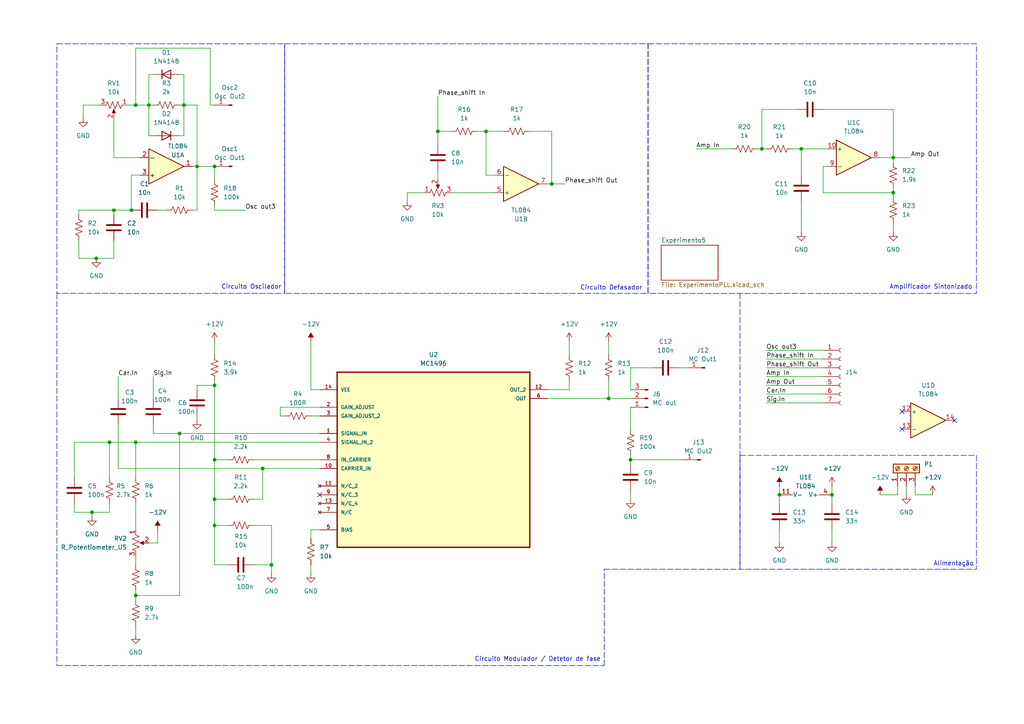
<source format=kicad_sch>
(kicad_sch (version 20231120) (generator "eeschema") (generator_version "8.0")
  (paper "A4")
  (title_block (title "Experimentos práticos") (date "2024-07-06") (rev "1") (company "Arthur Melo / UFPE") (comment 1 "Experimentos da disciplina eletrônica 3"))
  (lib_symbols
    (symbol "Amplifier_Operational:TL084" (pin_names (offset 0.127))
      (property "Reference" "U" (at 0 5.08 0))
      (property "Value" "TL084" (at 0 -5.08 0))
      (symbol "TL084_1_1"
        (polyline (pts (xy -5.08 5.08) (xy 5.08 0) (xy -5.08 -5.08) (xy -5.08 5.08)) (stroke (width 0.254)) (fill (type background)))
        (pin output line (at 7.62 0 180) (length 2.54) (name "~") (number "1"))
        (pin input line (at -7.62 -2.54 0) (length 2.54) (name "-") (number "2"))
        (pin input line (at -7.62 2.54 0) (length 2.54) (name "+") (number "3"))
      )
      (symbol "TL084_2_1"
        (polyline (pts (xy -5.08 5.08) (xy 5.08 0) (xy -5.08 -5.08) (xy -5.08 5.08)) (stroke (width 0.254)) (fill (type background)))
        (pin input line (at -7.62 2.54 0) (length 2.54) (name "+") (number "5"))
        (pin input line (at -7.62 -2.54 0) (length 2.54) (name "-") (number "6"))
        (pin output line (at 7.62 0 180) (length 2.54) (name "~") (number "7"))
      )
      (symbol "TL084_3_1"
        (polyline (pts (xy -5.08 5.08) (xy 5.08 0) (xy -5.08 -5.08) (xy -5.08 5.08)) (stroke (width 0.254)) (fill (type background)))
        (pin input line (at -7.62 2.54 0) (length 2.54) (name "+") (number "10"))
        (pin output line (at 7.62 0 180) (length 2.54) (name "~") (number "8"))
        (pin input line (at -7.62 -2.54 0) (length 2.54) (name "-") (number "9"))
      )
      (symbol "TL084_4_1"
        (polyline (pts (xy -5.08 5.08) (xy 5.08 0) (xy -5.08 -5.08) (xy -5.08 5.08)) (stroke (width 0.254)) (fill (type background)))
        (pin input line (at -7.62 2.54 0) (length 2.54) (name "+") (number "12"))
        (pin input line (at -7.62 -2.54 0) (length 2.54) (name "-") (number "13"))
        (pin output line (at 7.62 0 180) (length 2.54) (name "~") (number "14"))
      )
      (symbol "TL084_5_1"
        (pin power_in line (at -2.54 -7.62 90) (length 3.81) (name "V-") (number "11"))
        (pin power_in line (at -2.54 7.62 270) (length 3.81) (name "V+") (number "4"))
      )
    )
    (symbol "Connector:Conn_01x01_Pin" (pin_names (offset 1.016) hide)
      (property "Reference" "J" (at 0 2.54 0))
      (property "Value" "Conn_01x01_Pin" (at 0 -2.54 0))
      (symbol "Conn_01x01_Pin_1_1"
        (polyline (pts (xy 1.27 0) (xy 0.8636 0)) (stroke (width 0.1524)))
        (rectangle (start 0.8636 0.127) (end 0 -0.127) (stroke (width 0.1524)) (fill (type outline)))
        (pin passive line (at 5.08 0 180) (length 3.81) (name "Pin_1") (number "1"))
      )
    )
    (symbol "Connector:Conn_01x03_Pin" (pin_names (offset 1.016) hide)
      (property "Reference" "J" (at 0 5.08 0))
      (property "Value" "Conn_01x03_Pin" (at 0 -5.08 0))
      (symbol "Conn_01x03_Pin_1_1"
        (polyline (pts (xy 1.27 -2.54) (xy 0.8636 -2.54)) (stroke (width 0.1524)))
        (polyline (pts (xy 1.27 0) (xy 0.8636 0)) (stroke (width 0.1524)))
        (polyline (pts (xy 1.27 2.54) (xy 0.8636 2.54)) (stroke (width 0.1524)))
        (rectangle (start 0.8636 -2.413) (end 0 -2.667) (stroke (width 0.1524)) (fill (type outline)))
        (rectangle (start 0.8636 0.127) (end 0 -0.127) (stroke (width 0.1524)) (fill (type outline)))
        (rectangle (start 0.8636 2.667) (end 0 2.413) (stroke (width 0.1524)) (fill (type outline)))
        (pin passive line (at 5.08 2.54 180) (length 3.81) (name "Pin_1") (number "1"))
        (pin passive line (at 5.08 0 180) (length 3.81) (name "Pin_2") (number "2"))
        (pin passive line (at 5.08 -2.54 180) (length 3.81) (name "Pin_3") (number "3"))
      )
    )
    (symbol "Connector:Conn_01x07_Socket" (pin_names (offset 1.016) hide)
      (property "Reference" "J" (at 0 10.16 0))
      (property "Value" "Conn_01x07_Socket" (at 0 -10.16 0))
      (symbol "Conn_01x07_Socket_1_1"
        (arc (start 0 -7.112) (mid -0.5058 -7.62) (end 0 -8.128) (stroke (width 0.1524)))
        (arc (start 0 -4.572) (mid -0.5058 -5.08) (end 0 -5.588) (stroke (width 0.1524)))
        (arc (start 0 -2.032) (mid -0.5058 -2.54) (end 0 -3.048) (stroke (width 0.1524)))
        (polyline (pts (xy -1.27 -7.62) (xy -0.508 -7.62)) (stroke (width 0.1524)))
        (polyline (pts (xy -1.27 -5.08) (xy -0.508 -5.08)) (stroke (width 0.1524)))
        (polyline (pts (xy -1.27 -2.54) (xy -0.508 -2.54)) (stroke (width 0.1524)))
        (polyline (pts (xy -1.27 0) (xy -0.508 0)) (stroke (width 0.1524)))
        (polyline (pts (xy -1.27 2.54) (xy -0.508 2.54)) (stroke (width 0.1524)))
        (polyline (pts (xy -1.27 5.08) (xy -0.508 5.08)) (stroke (width 0.1524)))
        (polyline (pts (xy -1.27 7.62) (xy -0.508 7.62)) (stroke (width 0.1524)))
        (arc (start 0 0.508) (mid -0.5058 0) (end 0 -0.508) (stroke (width 0.1524)))
        (arc (start 0 3.048) (mid -0.5058 2.54) (end 0 2.032) (stroke (width 0.1524)))
        (arc (start 0 5.588) (mid -0.5058 5.08) (end 0 4.572) (stroke (width 0.1524)))
        (arc (start 0 8.128) (mid -0.5058 7.62) (end 0 7.112) (stroke (width 0.1524)))
        (pin passive line (at -5.08 7.62 0) (length 3.81) (name "Pin_1") (number "1"))
        (pin passive line (at -5.08 5.08 0) (length 3.81) (name "Pin_2") (number "2"))
        (pin passive line (at -5.08 2.54 0) (length 3.81) (name "Pin_3") (number "3"))
        (pin passive line (at -5.08 0 0) (length 3.81) (name "Pin_4") (number "4"))
        (pin passive line (at -5.08 -2.54 0) (length 3.81) (name "Pin_5") (number "5"))
        (pin passive line (at -5.08 -5.08 0) (length 3.81) (name "Pin_6") (number "6"))
        (pin passive line (at -5.08 -7.62 0) (length 3.81) (name "Pin_7") (number "7"))
      )
    )
    (symbol "Connector:Screw_Terminal_01x03" (pin_names (offset 1.016) hide)
      (property "Reference" "J" (at 0 5.08 0))
      (property "Value" "Screw_Terminal_01x03" (at 0 -5.08 0))
      (symbol "Screw_Terminal_01x03_1_1"
        (rectangle (start -1.27 3.81) (end 1.27 -3.81) (stroke (width 0.254)) (fill (type background)))
        (circle (center 0 -2.54) (radius 0.635) (stroke (width 0.1524)))
        (polyline (pts (xy -0.5334 -2.2098) (xy 0.3302 -3.048)) (stroke (width 0.1524)))
        (polyline (pts (xy -0.5334 0.3302) (xy 0.3302 -0.508)) (stroke (width 0.1524)))
        (polyline (pts (xy -0.5334 2.8702) (xy 0.3302 2.032)) (stroke (width 0.1524)))
        (polyline (pts (xy -0.3556 -2.032) (xy 0.508 -2.8702)) (stroke (width 0.1524)))
        (polyline (pts (xy -0.3556 0.508) (xy 0.508 -0.3302)) (stroke (width 0.1524)))
        (polyline (pts (xy -0.3556 3.048) (xy 0.508 2.2098)) (stroke (width 0.1524)))
        (circle (center 0 0) (radius 0.635) (stroke (width 0.1524)))
        (circle (center 0 2.54) (radius 0.635) (stroke (width 0.1524)))
        (pin passive line (at -5.08 2.54 0) (length 3.81) (name "Pin_1") (number "1"))
        (pin passive line (at -5.08 0 0) (length 3.81) (name "Pin_2") (number "2"))
        (pin passive line (at -5.08 -2.54 0) (length 3.81) (name "Pin_3") (number "3"))
      )
    )
    (symbol "Device:C" (pin_numbers hide) (pin_names (offset 0.254))
      (property "Reference" "C" (at 0.635 2.54 0))
      (property "Value" "C" (at 0.635 -2.54 0))
      (symbol "C_0_1"
        (polyline (pts (xy -2.032 -0.762) (xy 2.032 -0.762)) (stroke (width 0.508)))
        (polyline (pts (xy -2.032 0.762) (xy 2.032 0.762)) (stroke (width 0.508)))
      )
      (symbol "C_1_1"
        (pin passive line (at 0 3.81 270) (length 2.794) (name "~") (number "1"))
        (pin passive line (at 0 -3.81 90) (length 2.794) (name "~") (number "2"))
      )
    )
    (symbol "Device:R_Potentiometer_US" (pin_names (offset 1.016) hide)
      (property "Reference" "RV" (at -4.445 0 90))
      (property "Value" "R_Potentiometer_US" (at -2.54 0 90))
      (symbol "R_Potentiometer_US_0_1"
        (polyline (pts (xy 0 -2.286) (xy 0 -2.54)))
        (polyline (pts (xy 0 2.54) (xy 0 2.286)))
        (polyline (pts (xy 2.54 0) (xy 1.524 0)))
        (polyline (pts (xy 1.143 0) (xy 2.286 0.508) (xy 2.286 -0.508) (xy 1.143 0)) (fill (type outline)))
        (polyline (pts (xy 0 -0.762) (xy 1.016 -1.143) (xy 0 -1.524) (xy -1.016 -1.905) (xy 0 -2.286)))
        (polyline (pts (xy 0 0.762) (xy 1.016 0.381) (xy 0 0) (xy -1.016 -0.381) (xy 0 -0.762)))
        (polyline (pts (xy 0 2.286) (xy 1.016 1.905) (xy 0 1.524) (xy -1.016 1.143) (xy 0 0.762)))
      )
      (symbol "R_Potentiometer_US_1_1"
        (pin passive line (at 0 3.81 270) (length 1.27) (name "1") (number "1"))
        (pin passive line (at 3.81 0 180) (length 1.27) (name "2") (number "2"))
        (pin passive line (at 0 -3.81 90) (length 1.27) (name "3") (number "3"))
      )
    )
    (symbol "Device:R_US" (pin_numbers hide) (pin_names (offset 0))
      (property "Reference" "R" (at 2.54 0 90))
      (property "Value" "R_US" (at -2.54 0 90))
      (symbol "R_US_0_1"
        (polyline (pts (xy 0 -2.286) (xy 0 -2.54)))
        (polyline (pts (xy 0 2.286) (xy 0 2.54)))
        (polyline (pts (xy 0 -0.762) (xy 1.016 -1.143) (xy 0 -1.524) (xy -1.016 -1.905) (xy 0 -2.286)))
        (polyline (pts (xy 0 0.762) (xy 1.016 0.381) (xy 0 0) (xy -1.016 -0.381) (xy 0 -0.762)))
        (polyline (pts (xy 0 2.286) (xy 1.016 1.905) (xy 0 1.524) (xy -1.016 1.143) (xy 0 0.762)))
      )
      (symbol "R_US_1_1"
        (pin passive line (at 0 3.81 270) (length 1.27) (name "~") (number "1"))
        (pin passive line (at 0 -3.81 90) (length 1.27) (name "~") (number "2"))
      )
    )
    (symbol "Diode:1N4148" (pin_numbers hide) (pin_names hide)
      (property "Reference" "D" (at 0 2.54 0))
      (property "Value" "1N4148" (at 0 -2.54 0))
      (symbol "1N4148_0_1"
        (polyline (pts (xy -1.27 1.27) (xy -1.27 -1.27)) (stroke (width 0.254)))
        (polyline (pts (xy 1.27 0) (xy -1.27 0)))
        (polyline (pts (xy 1.27 1.27) (xy 1.27 -1.27) (xy -1.27 0) (xy 1.27 1.27)) (stroke (width 0.254)))
      )
      (symbol "1N4148_1_1"
        (pin passive line (at -3.81 0 0) (length 2.54) (name "K") (number "1"))
        (pin passive line (at 3.81 0 180) (length 2.54) (name "A") (number "2"))
      )
    )
    (symbol "MC1496BPG:MC1496BPG" (pin_names (offset 1.016))
      (property "Reference" "U" (at -5.3594 26.8986 0))
      (property "Value" "MC1496BPG" (at -3.8862 -34.1884 0))
      (symbol "MC1496BPG_0_0"
        (rectangle (start -27.94 22.86) (end 27.94 -27.94) (stroke (width 0.4064)) (fill (type background)))
        (pin input line (at -33.02 5.08 0) (length 5.08) (name "SIGNAL_IN") (number "1"))
        (pin input line (at -33.02 -5.08 0) (length 5.08) (name "CARRIER_IN") (number "10"))
        (pin no_connect line (at -33.02 -10.16 0) (length 5.08) (name "N/C_2") (number "11"))
        (pin output line (at 33.02 17.78 180) (length 5.08) (name "OUT_2") (number "12"))
        (pin no_connect line (at -33.02 -15.24 0) (length 5.08) (name "N/C_4") (number "13"))
        (pin power_in line (at -33.02 17.78 0) (length 5.08) (name "VEE") (number "14"))
        (pin input line (at -33.02 12.7 0) (length 5.08) (name "GAIN_ADJUST") (number "2"))
        (pin input line (at -33.02 10.16 0) (length 5.08) (name "GAIN_ADJUST_2") (number "3"))
        (pin input line (at -33.02 2.54 0) (length 5.08) (name "SIGNAL_IN_2") (number "4"))
        (pin passive line (at -33.02 -22.86 0) (length 5.08) (name "BIAS") (number "5"))
        (pin output line (at 33.02 15.24 180) (length 5.08) (name "OUT") (number "6"))
        (pin no_connect line (at -33.02 -17.78 0) (length 5.08) (name "N/C") (number "7"))
        (pin input line (at -33.02 -2.54 0) (length 5.08) (name "IN_CARRIER") (number "8"))
        (pin input line (at -33.02 -12.7 0) (length 5.08) (name "N/C_3") (number "9"))
      )
    )
    (symbol "power:+12V" (power) (pin_numbers hide) (pin_names (offset 0) hide)
      (property "Value" "+12V" (at 0 3.556 0))
      (symbol "+12V_0_1"
        (polyline (pts (xy -0.762 1.27) (xy 0 2.54)))
        (polyline (pts (xy 0 0) (xy 0 2.54)))
        (polyline (pts (xy 0 2.54) (xy 0.762 1.27)))
      )
      (symbol "+12V_1_1"
        (pin power_in line (at 0 0 90) (length 0) (name "~") (number "1"))
      )
    )
    (symbol "power:-12V" (power) (pin_numbers hide) (pin_names (offset 0) hide)
      (property "Value" "-12V" (at 0 3.556 0))
      (symbol "-12V_0_0"
        (pin power_in line (at 0 0 90) (length 0) (name "~") (number "1"))
      )
      (symbol "-12V_0_1"
        (polyline (pts (xy 0 0) (xy 0 1.27) (xy 0.762 1.27) (xy 0 2.54) (xy -0.762 1.27) (xy 0 1.27)) (fill (type outline)))
      )
    )
    (symbol "power:GND" (power) (pin_numbers hide) (pin_names (offset 0) hide)
      (property "Value" "GND" (at 0 -3.81 0))
      (symbol "GND_0_1"
        (polyline (pts (xy 0 0) (xy 0 -1.27) (xy 1.27 -1.27) (xy 0 -2.54) (xy -1.27 -1.27) (xy 0 -1.27)))
      )
      (symbol "GND_1_1"
        (pin power_in line (at 0 0 270) (length 0) (name "~") (number "1"))
      )
    )
  )
  (junction (at 52.07 125.73))
  (junction (at 259.08 55.88))
  (junction (at 127 38.1))
  (junction (at 176.53 115.57))
  (junction (at 62.23 111.76))
  (junction (at 39.37 128.27))
  (junction (at 38.1 60.96))
  (junction (at 57.15 48.26))
  (junction (at 39.37 30.48))
  (junction (at 43.18 30.48))
  (junction (at 226.06 143.51))
  (junction (at 160.02 53.34))
  (junction (at 241.3 143.51))
  (junction (at 62.23 133.35))
  (junction (at 259.08 45.72))
  (junction (at 220.98 43.18))
  (junction (at 232.41 43.18))
  (junction (at 62.23 48.26))
  (junction (at 31.75 128.27))
  (junction (at 33.02 60.96))
  (junction (at 27.94 74.93))
  (junction (at 140.97 38.1))
  (junction (at 39.37 172.72))
  (junction (at 62.23 144.78))
  (junction (at 26.67 148.59))
  (junction (at 76.2 135.89))
  (junction (at 78.74 163.83))
  (junction (at 62.23 152.4))
  (junction (at 53.34 30.48))
  (junction (at 182.88 133.35))
  (no_connect (at 261.62 119.38))
  (no_connect (at 92.71 143.51))
  (no_connect (at 276.86 121.92))
  (no_connect (at 261.62 124.46))
  (polyline (pts (xy 214.63 85.09) (xy 214.63 165.1)) (stroke (width 0) (type dash)))
  (wire (pts (xy 130.81 55.88) (xy 143.51 55.88)))
  (wire (pts (xy 90.17 153.67) (xy 92.71 153.67)))
  (wire (pts (xy 255.27 45.72) (xy 259.08 45.72)))
  (wire (pts (xy 255.27 143.51) (xy 260.35 143.51)))
  (wire (pts (xy 36.83 30.48) (xy 39.37 30.48)))
  (wire (pts (xy 66.04 163.83) (xy 62.23 163.83)))
  (wire (pts (xy 39.37 172.72) (xy 52.07 172.72)))
  (wire (pts (xy 62.23 99.06) (xy 62.23 102.87)))
  (wire (pts (xy 57.15 113.03) (xy 57.15 111.76)))
  (wire (pts (xy 66.04 144.78) (xy 62.23 144.78)))
  (polyline (pts (xy 175.26 193.04) (xy 175.26 165.1)) (stroke (width 0) (type dash)))
  (wire (pts (xy 62.23 152.4) (xy 62.23 144.78)))
  (wire (pts (xy 118.11 58.42) (xy 118.11 55.88)))
  (wire (pts (xy 160.02 38.1) (xy 160.02 53.34)))
  (wire (pts (xy 238.76 55.88) (xy 238.76 48.26)))
  (wire (pts (xy 143.51 50.8) (xy 140.97 50.8)))
  (wire (pts (xy 39.37 181.61) (xy 39.37 184.15)))
  (wire (pts (xy 176.53 110.49) (xy 176.53 115.57)))
  (wire (pts (xy 52.07 30.48) (xy 53.34 30.48)))
  (wire (pts (xy 259.08 55.88) (xy 259.08 57.15)))
  (wire (pts (xy 66.04 152.4) (xy 62.23 152.4)))
  (wire (pts (xy 158.75 115.57) (xy 176.53 115.57)))
  (wire (pts (xy 241.3 143.51) (xy 241.3 146.05)))
  (wire (pts (xy 196.85 106.68) (xy 199.39 106.68)))
  (wire (pts (xy 22.86 62.23) (xy 22.86 60.96)))
  (wire (pts (xy 220.98 31.75) (xy 220.98 43.18)))
  (wire (pts (xy 90.17 156.21) (xy 90.17 153.67)))
  (wire (pts (xy 43.18 39.37) (xy 43.18 30.48)))
  (wire (pts (xy 262.89 140.97) (xy 262.89 143.51)))
  (wire (pts (xy 62.23 59.69) (xy 62.23 60.96)))
  (wire (pts (xy 182.88 133.35) (xy 182.88 134.62)))
  (wire (pts (xy 52.07 125.73) (xy 92.71 125.73)))
  (wire (pts (xy 76.2 135.89) (xy 92.71 135.89)))
  (wire (pts (xy 43.18 30.48) (xy 43.18 21.59)))
  (wire (pts (xy 39.37 161.29) (xy 39.37 163.83)))
  (wire (pts (xy 231.14 31.75) (xy 220.98 31.75)))
  (wire (pts (xy 43.18 30.48) (xy 44.45 30.48)))
  (wire (pts (xy 62.23 163.83) (xy 62.23 152.4)))
  (wire (pts (xy 182.88 118.11) (xy 182.88 124.46)))
  (wire (pts (xy 52.07 172.72) (xy 52.07 125.73)))
  (wire (pts (xy 130.81 38.1) (xy 127 38.1)))
  (wire (pts (xy 182.88 142.24) (xy 182.88 144.78)))
  (wire (pts (xy 259.08 45.72) (xy 264.16 45.72)))
  (wire (pts (xy 182.88 132.08) (xy 182.88 133.35)))
  (wire (pts (xy 259.08 55.88) (xy 238.76 55.88)))
  (wire (pts (xy 60.96 13.97) (xy 39.37 13.97)))
  (wire (pts (xy 90.17 120.65) (xy 92.71 120.65)))
  (wire (pts (xy 78.74 163.83) (xy 78.74 166.37)))
  (wire (pts (xy 39.37 128.27) (xy 39.37 138.43)))
  (wire (pts (xy 44.45 39.37) (xy 43.18 39.37)))
  (wire (pts (xy 21.59 146.05) (xy 21.59 148.59)))
  (wire (pts (xy 241.3 153.67) (xy 241.3 157.48)))
  (wire (pts (xy 140.97 38.1) (xy 146.05 38.1)))
  (wire (pts (xy 232.41 58.42) (xy 232.41 67.31)))
  (wire (pts (xy 26.67 148.59) (xy 26.67 149.86)))
  (polyline (pts (xy 175.26 165.1) (xy 214.63 165.1)) (stroke (width 0) (type dash)))
  (wire (pts (xy 62.23 133.35) (xy 66.04 133.35)))
  (wire (pts (xy 222.25 114.3) (xy 238.76 114.3)))
  (wire (pts (xy 222.25 106.68) (xy 238.76 106.68)))
  (wire (pts (xy 39.37 146.05) (xy 39.37 153.67)))
  (wire (pts (xy 92.71 128.27) (xy 39.37 128.27)))
  (wire (pts (xy 222.25 109.22) (xy 238.76 109.22)))
  (wire (pts (xy 31.75 128.27) (xy 21.59 128.27)))
  (wire (pts (xy 259.08 64.77) (xy 259.08 67.31)))
  (wire (pts (xy 21.59 148.59) (xy 26.67 148.59)))
  (wire (pts (xy 34.29 135.89) (xy 76.2 135.89)))
  (wire (pts (xy 176.53 99.06) (xy 176.53 102.87)))
  (wire (pts (xy 34.29 109.22) (xy 34.29 115.57)))
  (wire (pts (xy 222.25 101.6) (xy 238.76 101.6)))
  (wire (pts (xy 153.67 38.1) (xy 160.02 38.1)))
  (wire (pts (xy 24.13 30.48) (xy 29.21 30.48)))
  (wire (pts (xy 201.93 43.18) (xy 212.09 43.18)))
  (wire (pts (xy 222.25 116.84) (xy 238.76 116.84)))
  (wire (pts (xy 81.28 118.11) (xy 92.71 118.11)))
  (wire (pts (xy 53.34 39.37) (xy 53.34 30.48)))
  (wire (pts (xy 33.02 69.85) (xy 33.02 74.93)))
  (wire (pts (xy 22.86 60.96) (xy 33.02 60.96)))
  (wire (pts (xy 62.23 60.96) (xy 71.12 60.96)))
  (wire (pts (xy 127 49.53) (xy 127 52.07)))
  (wire (pts (xy 182.88 133.35) (xy 198.12 133.35)))
  (wire (pts (xy 57.15 60.96) (xy 55.88 60.96)))
  (wire (pts (xy 241.3 140.97) (xy 241.3 143.51)))
  (wire (pts (xy 53.34 21.59) (xy 53.34 30.48)))
  (wire (pts (xy 57.15 30.48) (xy 57.15 48.26)))
  (wire (pts (xy 45.72 60.96) (xy 48.26 60.96)))
  (wire (pts (xy 160.02 53.34) (xy 163.83 53.34)))
  (wire (pts (xy 219.71 43.18) (xy 220.98 43.18)))
  (wire (pts (xy 55.88 48.26) (xy 57.15 48.26)))
  (wire (pts (xy 76.2 144.78) (xy 73.66 144.78)))
  (wire (pts (xy 44.45 109.22) (xy 44.45 115.57)))
  (wire (pts (xy 259.08 54.61) (xy 259.08 55.88)))
  (wire (pts (xy 21.59 128.27) (xy 21.59 138.43)))
  (wire (pts (xy 53.34 30.48) (xy 57.15 30.48)))
  (wire (pts (xy 73.66 163.83) (xy 78.74 163.83)))
  (wire (pts (xy 222.25 111.76) (xy 238.76 111.76)))
  (wire (pts (xy 52.07 39.37) (xy 53.34 39.37)))
  (wire (pts (xy 27.94 74.93) (xy 22.86 74.93)))
  (wire (pts (xy 118.11 55.88) (xy 123.19 55.88)))
  (wire (pts (xy 62.23 110.49) (xy 62.23 111.76)))
  (wire (pts (xy 259.08 45.72) (xy 259.08 46.99)))
  (polyline (pts (xy 16.51 85.09) (xy 16.51 193.04)) (stroke (width 0) (type dash)))
  (wire (pts (xy 31.75 146.05) (xy 31.75 148.59)))
  (wire (pts (xy 62.23 30.48) (xy 60.96 30.48)))
  (wire (pts (xy 62.23 133.35) (xy 62.23 144.78)))
  (wire (pts (xy 33.02 60.96) (xy 38.1 60.96)))
  (wire (pts (xy 176.53 115.57) (xy 182.88 115.57)))
  (wire (pts (xy 57.15 48.26) (xy 62.23 48.26)))
  (wire (pts (xy 31.75 148.59) (xy 26.67 148.59)))
  (wire (pts (xy 39.37 171.45) (xy 39.37 172.72)))
  (wire (pts (xy 33.02 60.96) (xy 33.02 62.23)))
  (wire (pts (xy 92.71 113.03) (xy 90.17 113.03)))
  (wire (pts (xy 189.23 106.68) (xy 182.88 106.68)))
  (wire (pts (xy 34.29 123.19) (xy 34.29 135.89)))
  (wire (pts (xy 140.97 50.8) (xy 140.97 38.1)))
  (wire (pts (xy 265.43 140.97) (xy 265.43 143.51)))
  (wire (pts (xy 160.02 53.34) (xy 158.75 53.34)))
  (wire (pts (xy 226.06 143.51) (xy 226.06 146.05)))
  (wire (pts (xy 140.97 38.1) (xy 138.43 38.1)))
  (wire (pts (xy 226.06 153.67) (xy 226.06 157.48)))
  (wire (pts (xy 33.02 74.93) (xy 27.94 74.93)))
  (wire (pts (xy 78.74 152.4) (xy 78.74 163.83)))
  (wire (pts (xy 165.1 99.06) (xy 165.1 102.87)))
  (wire (pts (xy 81.28 120.65) (xy 81.28 118.11)))
  (wire (pts (xy 44.45 123.19) (xy 44.45 125.73)))
  (wire (pts (xy 73.66 133.35) (xy 92.71 133.35)))
  (wire (pts (xy 39.37 30.48) (xy 43.18 30.48)))
  (wire (pts (xy 165.1 113.03) (xy 165.1 110.49)))
  (wire (pts (xy 62.23 48.26) (xy 62.23 52.07)))
  (wire (pts (xy 38.1 50.8) (xy 40.64 50.8)))
  (wire (pts (xy 232.41 50.8) (xy 232.41 43.18)))
  (wire (pts (xy 222.25 104.14) (xy 238.76 104.14)))
  (wire (pts (xy 76.2 144.78) (xy 76.2 135.89)))
  (wire (pts (xy 57.15 48.26) (xy 57.15 60.96)))
  (wire (pts (xy 45.72 157.48) (xy 45.72 153.67)))
  (wire (pts (xy 43.18 157.48) (xy 45.72 157.48)))
  (wire (pts (xy 220.98 43.18) (xy 222.25 43.18)))
  (wire (pts (xy 73.66 152.4) (xy 78.74 152.4)))
  (wire (pts (xy 62.23 111.76) (xy 62.23 133.35)))
  (wire (pts (xy 52.07 21.59) (xy 53.34 21.59)))
  (wire (pts (xy 90.17 163.83) (xy 90.17 166.37)))
  (wire (pts (xy 90.17 113.03) (xy 90.17 99.06)))
  (wire (pts (xy 44.45 125.73) (xy 52.07 125.73)))
  (wire (pts (xy 226.06 140.97) (xy 226.06 143.51)))
  (wire (pts (xy 238.76 31.75) (xy 259.08 31.75)))
  (polyline (pts (xy 16.51 193.04) (xy 175.26 193.04)) (stroke (width 0) (type dash)))
  (wire (pts (xy 24.13 34.29) (xy 24.13 30.48)))
  (wire (pts (xy 182.88 106.68) (xy 182.88 113.03)))
  (wire (pts (xy 60.96 30.48) (xy 60.96 13.97)))
  (wire (pts (xy 31.75 128.27) (xy 31.75 138.43)))
  (wire (pts (xy 39.37 128.27) (xy 31.75 128.27)))
  (wire (pts (xy 33.02 45.72) (xy 33.02 34.29)))
  (wire (pts (xy 158.75 113.03) (xy 165.1 113.03)))
  (wire (pts (xy 127 27.94) (xy 127 38.1)))
  (wire (pts (xy 260.35 140.97) (xy 260.35 143.51)))
  (wire (pts (xy 127 38.1) (xy 127 41.91)))
  (wire (pts (xy 38.1 60.96) (xy 38.1 50.8)))
  (wire (pts (xy 238.76 48.26) (xy 240.03 48.26)))
  (wire (pts (xy 232.41 43.18) (xy 240.03 43.18)))
  (wire (pts (xy 40.64 45.72) (xy 33.02 45.72)))
  (wire (pts (xy 22.86 74.93) (xy 22.86 69.85)))
  (wire (pts (xy 265.43 143.51) (xy 270.51 143.51)))
  (wire (pts (xy 39.37 172.72) (xy 39.37 173.99)))
  (wire (pts (xy 82.55 120.65) (xy 81.28 120.65)))
  (wire (pts (xy 57.15 111.76) (xy 62.23 111.76)))
  (wire (pts (xy 229.87 43.18) (xy 232.41 43.18)))
  (wire (pts (xy 259.08 31.75) (xy 259.08 45.72)))
  (wire (pts (xy 43.18 21.59) (xy 44.45 21.59)))
  (wire (pts (xy 39.37 13.97) (xy 39.37 30.48)))
  (wire (pts (xy 57.15 120.65) (xy 57.15 121.92)))
  (rectangle (start 214.63 132.08) (end 283.21 165.1) (stroke (width 0) (type dash)))
  (rectangle (start 82.55 12.7) (end 187.96 85.09) (stroke (width 0) (type dash)))
  (rectangle (start 16.51 12.7) (end 82.55 85.09) (stroke (width 0) (type dash)))
  (rectangle (start 187.96 12.7) (end 283.21 85.09) (stroke (width 0) (type dash)))
  (text "Amplificador Sintonizado" (at 270.002 83.312 0) (effects (font (size 1.27 1.27))))
  (text "Alimentação" (at 276.606 163.576 0) (effects (font (size 1.27 1.27))))
  (text "Circuito Modulador / Detetor de fase" (at 155.956 191.262 0) (effects (font (size 1.27 1.27))))
  (text "Circuito Defasador" (at 177.292 83.566 0) (effects (font (size 1.27 1.27))))
  (text "Circuito Oscilador" (at 72.898 83.312 0) (effects (font (size 1.27 1.27))))
  (label "Phase_shift Out" (at 222.25 106.68 0))
  (label "Phase_shift Out" (at 163.83 53.34 0))
  (label "Amp Out" (at 264.16 45.72 0))
  (label "Car.In" (at 34.29 109.22 0))
  (label "Amp In" (at 201.93 43.18 0))
  (label "Amp In" (at 222.25 109.22 0))
  (label "Sig.In" (at 44.45 109.22 0))
  (label "Amp Out" (at 222.25 111.76 0))
  (label "Phase_shift In" (at 127 27.94 0))
  (label "Osc out3" (at 222.25 101.6 0))
  (label "Car.In" (at 222.25 114.3 0))
  (label "Phase_shift In" (at 222.25 104.14 0))
  (label "Sig.In" (at 222.25 116.84 0))
  (label "Osc out3" (at 71.12 60.96 0))
  (symbol (lib_id "Connector:Conn_01x03_Pin") (at 187.96 115.57 180) (unit 1)
    (property "Reference" "J6" (at 189.23 114.2999 0) (effects (justify right)))
    (property "Value" "MC out" (at 189.23 116.8399 0) (effects (justify right)))
    (property "Footprint" "Connector_PinHeader_2.54mm:PinHeader_1x03_P2.54mm_Vertical" (effects (hide yes)))
    (property "Description" "Generic connector, single row, 01x03, script generated" (effects (hide yes)))
  )
  (symbol (lib_id "Device:R_US") (at 86.36 120.65 90) (unit 1)
    (property "Reference" "R4" (at 86.36 114.3 90))
    (property "Value" "100R" (at 86.36 116.84 90))
    (property "Footprint" "Resistor_THT:R_Axial_DIN0207_L6.3mm_D2.5mm_P10.16mm_Horizontal" (effects (hide yes)))
    (property "Description" "Resistor, US symbol" (effects (hide yes)))
  )
  (symbol (lib_id "Amplifier_Operational:TL084") (at 233.68 146.05 270) (unit 5)
    (property "Reference" "U1" (at 233.68 138.43 90))
    (property "Value" "TL084" (at 233.68 140.97 90))
    (property "Footprint" "MC1496BPG:MC1496BPG" (effects (hide yes)))
    (property "Datasheet" "http://www.ti.com/lit/ds/symlink/tl081.pdf" (effects (hide yes)))
    (property "Description" "Quad JFET-Input Operational Amplifiers, DIP-14/SOIC-14/SSOP-14" (effects (hide yes)))
  )
  (symbol (lib_id "Device:R_US") (at 31.75 142.24 180) (unit 1)
    (property "Reference" "R5" (at 33.655 140.9699 0) (effects (justify right)))
    (property "Value" "2.7k" (at 33.655 143.5099 0) (effects (justify right)))
    (property "Footprint" "Resistor_THT:R_Axial_DIN0207_L6.3mm_D2.5mm_P10.16mm_Horizontal" (effects (hide yes)))
    (property "Description" "Resistor, US symbol" (effects (hide yes)))
  )
  (symbol (lib_id "Device:C") (at 234.95 31.75 90) (unit 1)
    (property "Reference" "C10" (at 234.95 24.13 90))
    (property "Value" "10n" (at 234.95 26.67 90))
    (property "Footprint" "Capacitor_THT:C_Rect_L10.0mm_W4.0mm_P7.50mm_MKS4" (effects (hide yes)))
    (property "Description" "Unpolarized capacitor" (effects (hide yes)))
  )
  (symbol (lib_id "Device:R_US") (at 165.1 106.68 0) (unit 1)
    (property "Reference" "R12" (at 167.64 105.4099 0) (effects (justify left)))
    (property "Value" "1k" (at 167.64 107.9499 0) (effects (justify left)))
    (property "Footprint" "Resistor_THT:R_Axial_DIN0207_L6.3mm_D2.5mm_P10.16mm_Horizontal" (effects (hide yes)))
    (property "Description" "Resistor, US symbol" (effects (hide yes)))
  )
  (symbol (lib_id "power:GND") (at 259.08 67.31 0) (unit 1)
    (property "Reference" "#PWR020" (effects (hide yes)))
    (property "Value" "GND" (at 259.08 72.39 0))
    (property "Description" "Power symbol creates a global label with name \"GND\" , ground" (effects (hide yes)))
  )
  (symbol (lib_id "Device:R_US") (at 259.08 50.8 180) (unit 1)
    (property "Reference" "R22" (at 261.62 49.5299 0) (effects (justify right)))
    (property "Value" "1.9k" (at 261.62 52.0699 0) (effects (justify right)))
    (property "Footprint" "Resistor_THT:R_Axial_DIN0207_L6.3mm_D2.5mm_P10.16mm_Horizontal" (effects (hide yes)))
    (property "Description" "Resistor, US symbol" (effects (hide yes)))
  )
  (symbol (lib_id "Device:C") (at 232.41 54.61 0) (mirror y) (unit 1)
    (property "Reference" "C11" (at 228.6 53.3399 0) (effects (justify left)))
    (property "Value" "10n" (at 228.6 55.8799 0) (effects (justify left)))
    (property "Footprint" "Capacitor_THT:C_Rect_L10.0mm_W4.0mm_P7.50mm_MKS4" (effects (hide yes)))
    (property "Description" "Unpolarized capacitor" (effects (hide yes)))
  )
  (symbol (lib_id "power:GND") (at 262.89 143.51 0) (unit 1)
    (property "Reference" "#PWR03" (effects (hide yes)))
    (property "Value" "GND" (at 262.89 148.59 0))
    (property "Description" "Power symbol creates a global label with name \"GND\" , ground" (effects (hide yes)))
  )
  (symbol (lib_id "Device:C") (at 34.29 119.38 0) (unit 1)
    (property "Reference" "C3" (at 37.592 113.792 0))
    (property "Value" "100n" (at 37.592 116.332 0))
    (property "Footprint" "Capacitor_THT:C_Rect_L10.0mm_W4.0mm_P7.50mm_MKS4" (effects (hide yes)))
    (property "Description" "Unpolarized capacitor" (effects (hide yes)))
  )
  (symbol (lib_id "Diode:1N4148") (at 48.26 21.59 0) (unit 1)
    (property "Reference" "D1" (at 48.26 15.24 0))
    (property "Value" "1N4148" (at 48.26 17.78 0))
    (property "Footprint" "Diode_THT:D_DO-35_SOD27_P7.62mm_Horizontal" (effects (hide yes)))
    (property "Datasheet" "https://assets.nexperia.com/documents/data-sheet/1N4148_1N4448.pdf" (effects (hide yes)))
    (property "Description" "100V 0.15A standard switching diode, DO-35" (effects (hide yes)))
    (property "Sim.Device" "D" (effects (hide yes)))
    (property "Sim.Pins" "1=K 2=A" (effects (hide yes)))
  )
  (symbol (lib_id "Amplifier_Operational:TL084") (at 247.65 45.72 0) (unit 3)
    (property "Reference" "U1" (at 247.65 35.56 0))
    (property "Value" "TL084" (at 247.65 38.1 0))
    (property "Footprint" "MC1496BPG:MC1496BPG" (effects (hide yes)))
    (property "Datasheet" "http://www.ti.com/lit/ds/symlink/tl081.pdf" (effects (hide yes)))
    (property "Description" "Quad JFET-Input Operational Amplifiers, DIP-14/SOIC-14/SSOP-14" (effects (hide yes)))
  )
  (symbol (lib_id "Connector:Conn_01x01_Pin") (at 203.2 133.35 0) (mirror y) (unit 1)
    (property "Reference" "J13" (at 202.565 128.27 0))
    (property "Value" "MC Out2" (at 202.565 130.81 0))
    (property "Footprint" "Connector_PinHeader_2.54mm:PinHeader_1x01_P2.54mm_Vertical" (effects (hide yes)))
    (property "Description" "Generic connector, single row, 01x01, script generated" (effects (hide yes)))
  )
  (symbol (lib_id "Device:R_US") (at 182.88 128.27 180) (unit 1)
    (property "Reference" "R19" (at 185.42 126.9999 0) (effects (justify right)))
    (property "Value" "100k" (at 185.42 129.5399 0) (effects (justify right)))
    (property "Footprint" "Resistor_THT:R_Axial_DIN0207_L6.3mm_D2.5mm_P10.16mm_Horizontal" (effects (hide yes)))
    (property "Description" "Resistor, US symbol" (effects (hide yes)))
  )
  (symbol (lib_id "power:GND") (at 39.37 184.15 0) (unit 1)
    (property "Reference" "#PWR012" (effects (hide yes)))
    (property "Value" "GND" (at 39.37 189.23 0))
    (property "Description" "Power symbol creates a global label with name \"GND\" , ground" (effects (hide yes)))
  )
  (symbol (lib_id "Connector:Conn_01x01_Pin") (at 204.47 106.68 0) (mirror y) (unit 1)
    (property "Reference" "J12" (at 203.835 101.6 0))
    (property "Value" "MC Out1" (at 203.835 104.14 0))
    (property "Footprint" "Connector_PinHeader_2.54mm:PinHeader_1x01_P2.54mm_Vertical" (effects (hide yes)))
    (property "Description" "Generic connector, single row, 01x01, script generated" (effects (hide yes)))
  )
  (symbol (lib_id "Device:R_US") (at 215.9 43.18 90) (unit 1)
    (property "Reference" "R20" (at 215.9 36.83 90))
    (property "Value" "1k" (at 215.9 39.37 90))
    (property "Footprint" "Resistor_THT:R_Axial_DIN0207_L6.3mm_D2.5mm_P10.16mm_Horizontal" (effects (hide yes)))
    (property "Description" "Resistor, US symbol" (effects (hide yes)))
  )
  (symbol (lib_id "power:+12V") (at 176.53 99.06 0) (unit 1)
    (property "Reference" "#PWR015" (effects (hide yes)))
    (property "Value" "+12V" (at 176.53 93.98 0))
    (property "Description" "Power symbol creates a global label with name \"+12V\"" (effects (hide yes)))
  )
  (symbol (lib_id "power:GND") (at 241.3 157.48 0) (unit 1)
    (property "Reference" "#PWR023" (effects (hide yes)))
    (property "Value" "GND" (at 241.3 162.56 0))
    (property "Description" "Power symbol creates a global label with name \"GND\" , ground" (effects (hide yes)))
  )
  (symbol (lib_id "Device:R_Potentiometer_US") (at 127 55.88 90) (unit 1)
    (property "Reference" "RV3" (at 127 59.69 90))
    (property "Value" "10k" (at 127 62.23 90))
    (property "Footprint" "Potentiometer_THT:Potentiometer_Bourns_3296W_Vertical" (effects (hide yes)))
    (property "Description" "Potentiometer, US symbol" (effects (hide yes)))
  )
  (symbol (lib_id "power:-12V") (at 255.27 143.51 0) (unit 1)
    (property "Reference" "#PWR02" (effects (hide yes)))
    (property "Value" "-12V" (at 255.27 138.43 0))
    (property "Description" "Power symbol creates a global label with name \"-12V\"" (effects (hide yes)))
  )
  (symbol (lib_id "Device:R_US") (at 62.23 106.68 0) (unit 1)
    (property "Reference" "R14" (at 64.77 105.4099 0) (effects (justify left)))
    (property "Value" "3.9k" (at 64.77 107.9499 0) (effects (justify left)))
    (property "Footprint" "Resistor_THT:R_Axial_DIN0207_L6.3mm_D2.5mm_P10.16mm_Horizontal" (effects (hide yes)))
    (property "Description" "Resistor, US symbol" (effects (hide yes)))
  )
  (symbol (lib_id "Device:C") (at 21.59 142.24 0) (unit 1)
    (property "Reference" "C5" (at 25.4 140.9699 0) (effects (justify left)))
    (property "Value" "100n" (at 25.4 143.5099 0) (effects (justify left)))
    (property "Footprint" "Capacitor_THT:C_Rect_L10.0mm_W4.0mm_P7.50mm_MKS4" (effects (hide yes)))
    (property "Description" "Unpolarized capacitor" (effects (hide yes)))
  )
  (symbol (lib_id "power:GND") (at 118.11 58.42 0) (unit 1)
    (property "Reference" "#PWR018" (effects (hide yes)))
    (property "Value" "GND" (at 118.11 63.5 0))
    (property "Description" "Power symbol creates a global label with name \"GND\" , ground" (effects (hide yes)))
  )
  (symbol (lib_id "Device:C") (at 44.45 119.38 0) (unit 1)
    (property "Reference" "C4" (at 47.117 113.411 0))
    (property "Value" "100n" (at 47.117 115.951 0))
    (property "Footprint" "Capacitor_THT:C_Rect_L10.0mm_W4.0mm_P7.50mm_MKS4" (effects (hide yes)))
    (property "Description" "Unpolarized capacitor" (effects (hide yes)))
  )
  (symbol (lib_id "Device:R_US") (at 259.08 60.96 180) (unit 1)
    (property "Reference" "R23" (at 261.62 59.6899 0) (effects (justify right)))
    (property "Value" "1k" (at 261.62 62.2299 0) (effects (justify right)))
    (property "Footprint" "Resistor_THT:R_Axial_DIN0207_L6.3mm_D2.5mm_P10.16mm_Horizontal" (effects (hide yes)))
    (property "Description" "Resistor, US symbol" (effects (hide yes)))
  )
  (symbol (lib_id "power:GND") (at 232.41 67.31 0) (unit 1)
    (property "Reference" "#PWR021" (effects (hide yes)))
    (property "Value" "GND" (at 232.41 72.39 0))
    (property "Description" "Power symbol creates a global label with name \"GND\" , ground" (effects (hide yes)))
  )
  (symbol (lib_id "Device:R_US") (at 226.06 43.18 90) (unit 1)
    (property "Reference" "R21" (at 226.06 36.83 90))
    (property "Value" "1k" (at 226.06 39.37 90))
    (property "Footprint" "Resistor_THT:R_Axial_DIN0207_L6.3mm_D2.5mm_P10.16mm_Horizontal" (effects (hide yes)))
    (property "Description" "Resistor, US symbol" (effects (hide yes)))
  )
  (symbol (lib_id "power:GND") (at 27.94 74.93 0) (unit 1)
    (property "Reference" "#PWR07" (effects (hide yes)))
    (property "Value" "GND" (at 27.94 80.01 0))
    (property "Description" "Power symbol creates a global label with name \"GND\" , ground" (effects (hide yes)))
  )
  (symbol (lib_id "Device:R_US") (at 90.17 160.02 0) (unit 1)
    (property "Reference" "R7" (at 92.71 158.7499 0) (effects (justify left)))
    (property "Value" "10k" (at 92.71 161.2899 0) (effects (justify left)))
    (property "Footprint" "Resistor_THT:R_Axial_DIN0207_L6.3mm_D2.5mm_P10.16mm_Horizontal" (effects (hide yes)))
    (property "Description" "Resistor, US symbol" (effects (hide yes)))
  )
  (symbol (lib_id "Device:R_US") (at 69.85 144.78 90) (unit 1)
    (property "Reference" "R11" (at 69.85 138.43 90))
    (property "Value" "2.2k" (at 69.85 140.97 90))
    (property "Footprint" "Resistor_THT:R_Axial_DIN0207_L6.3mm_D2.5mm_P10.16mm_Horizontal" (effects (hide yes)))
    (property "Description" "Resistor, US symbol" (effects (hide yes)))
  )
  (symbol (lib_id "power:GND") (at 182.88 144.78 0) (unit 1)
    (property "Reference" "#PWR019" (effects (hide yes)))
    (property "Value" "GND" (at 182.88 149.86 0))
    (property "Description" "Power symbol creates a global label with name \"GND\" , ground" (effects (hide yes)))
  )
  (symbol (lib_id "power:-12V") (at 90.17 99.06 0) (unit 1)
    (property "Reference" "#PWR08" (effects (hide yes)))
    (property "Value" "-12V" (at 90.17 93.98 0))
    (property "Description" "Power symbol creates a global label with name \"-12V\"" (effects (hide yes)))
  )
  (symbol (lib_id "Connector:Conn_01x01_Pin") (at 67.31 30.48 0) (mirror y) (unit 1)
    (property "Reference" "Osc2" (at 66.675 25.4 0))
    (property "Value" "Osc Out2" (at 66.675 27.94 0))
    (property "Footprint" "Connector_PinHeader_2.54mm:PinHeader_1x01_P2.54mm_Vertical" (effects (hide yes)))
    (property "Description" "Generic connector, single row, 01x01, script generated" (effects (hide yes)))
  )
  (symbol (lib_id "Device:R_US") (at 176.53 106.68 0) (unit 1)
    (property "Reference" "R13" (at 179.07 105.4099 0) (effects (justify left)))
    (property "Value" "1k" (at 179.07 107.9499 0) (effects (justify left)))
    (property "Footprint" "Resistor_THT:R_Axial_DIN0207_L6.3mm_D2.5mm_P10.16mm_Horizontal" (effects (hide yes)))
    (property "Description" "Resistor, US symbol" (effects (hide yes)))
  )
  (symbol (lib_id "Device:R_US") (at 62.23 55.88 180) (unit 1)
    (property "Reference" "R18" (at 64.77 54.6099 0) (effects (justify right)))
    (property "Value" "100k" (at 64.77 57.1499 0) (effects (justify right)))
    (property "Footprint" "Resistor_THT:R_Axial_DIN0207_L6.3mm_D2.5mm_P10.16mm_Horizontal" (effects (hide yes)))
    (property "Description" "Resistor, US symbol" (effects (hide yes)))
  )
  (symbol (lib_id "Device:R_US") (at 149.86 38.1 90) (unit 1)
    (property "Reference" "R17" (at 149.86 31.75 90))
    (property "Value" "1k" (at 149.86 34.29 90))
    (property "Footprint" "Resistor_THT:R_Axial_DIN0207_L6.3mm_D2.5mm_P10.16mm_Horizontal" (effects (hide yes)))
    (property "Description" "Resistor, US symbol" (effects (hide yes)))
  )
  (symbol (lib_id "Device:R_US") (at 39.37 167.64 0) (unit 1)
    (property "Reference" "R8" (at 41.91 166.3699 0) (effects (justify left)))
    (property "Value" "1k" (at 41.91 168.9099 0) (effects (justify left)))
    (property "Footprint" "Resistor_THT:R_Axial_DIN0207_L6.3mm_D2.5mm_P10.16mm_Horizontal" (effects (hide yes)))
    (property "Description" "Resistor, US symbol" (effects (hide yes)))
  )
  (symbol (lib_id "Diode:1N4148") (at 48.26 39.37 180) (unit 1)
    (property "Reference" "D2" (at 48.26 33.02 0))
    (property "Value" "1N4148" (at 48.26 35.56 0))
    (property "Footprint" "Diode_THT:D_DO-35_SOD27_P7.62mm_Horizontal" (effects (hide yes)))
    (property "Datasheet" "https://assets.nexperia.com/documents/data-sheet/1N4148_1N4448.pdf" (effects (hide yes)))
    (property "Description" "100V 0.15A standard switching diode, DO-35" (effects (hide yes)))
    (property "Sim.Device" "D" (effects (hide yes)))
    (property "Sim.Pins" "1=K 2=A" (effects (hide yes)))
  )
  (symbol (lib_id "power:+12V") (at 241.3 140.97 0) (unit 1)
    (property "Reference" "#PWR04" (effects (hide yes)))
    (property "Value" "+12V" (at 241.3 135.89 0))
    (property "Description" "Power symbol creates a global label with name \"+12V\"" (effects (hide yes)))
  )
  (symbol (lib_id "Connector:Conn_01x07_Socket") (at 243.84 109.22 0) (unit 1)
    (property "Reference" "J14" (at 245.11 107.9499 0) (effects (justify left)))
    (property "Value" "Conn_01x07_Socket" (effects (hide yes)))
    (property "Footprint" "Connector_PinSocket_2.54mm:PinSocket_1x07_P2.54mm_Vertical" (effects (hide yes)))
    (property "Description" "Generic connector, single row, 01x07, script generated" (effects (hide yes)))
  )
  (symbol (lib_id "Amplifier_Operational:TL084") (at 269.24 121.92 0) (unit 4)
    (property "Reference" "U1" (at 269.24 111.76 0))
    (property "Value" "TL084" (at 269.24 114.3 0))
    (property "Footprint" "MC1496BPG:MC1496BPG" (effects (hide yes)))
    (property "Datasheet" "http://www.ti.com/lit/ds/symlink/tl081.pdf" (effects (hide yes)))
    (property "Description" "Quad JFET-Input Operational Amplifiers, DIP-14/SOIC-14/SSOP-14" (effects (hide yes)))
  )
  (symbol (lib_id "power:-12V") (at 45.72 153.67 0) (unit 1)
    (property "Reference" "#PWR011" (effects (hide yes)))
    (property "Value" "-12V" (at 45.72 148.59 0))
    (property "Description" "Power symbol creates a global label with name \"-12V\"" (effects (hide yes)))
  )
  (symbol (lib_id "power:GND") (at 57.15 121.92 0) (unit 1)
    (property "Reference" "#PWR016" (effects (hide yes)))
    (property "Value" "GND" (at 57.15 127 0))
    (property "Description" "Power symbol creates a global label with name \"GND\" , ground" (effects (hide yes)))
  )
  (symbol (lib_id "MC1496BPG:MC1496BPG") (at 125.73 130.81 0) (unit 1)
    (property "Reference" "U2" (at 125.73 102.87 0))
    (property "Value" "MC1496" (at 125.73 105.41 0))
    (property "Footprint" "Package_DIP:CERDIP-14_W7.62mm_SideBrazed_LongPads" (effects (hide yes)))
    (property "MF" "ON Semiconductor" (effects (hide yes)))
    (property "Description_1" "\nRF IC Modulator/Demodulator FM 300MHz - 14-PDIP\n" (effects (hide yes)))
    (property "PACKAGE" "PDIP-14" (effects (hide yes)))
    (property "MPN" "MC1496BPG" (effects (hide yes)))
    (property "Price" "None" (effects (hide yes)))
    (property "Package" "PDIP-14 ON Semiconductor" (effects (hide yes)))
    (property "OC_FARNELL" "1125967" (effects (hide yes)))
    (property "SnapEDA_Link" "https://www.snapeda.com/parts/MC1496BPG/Onsemi/view-part/?ref=snap" (effects (hide yes)))
    (property "MP" "MC1496BPG" (effects (hide yes)))
    (property "SUPPLIER" "ON SEMICONDUCTOR" (effects (hide yes)))
    (property "OC_NEWARK" "26K3981" (effects (hide yes)))
    (property "Availability" "In Stock" (effects (hide yes)))
    (property "Check_prices" "https://www.snapeda.com/parts/MC1496BPG/Onsemi/view-part/?ref=eda" (effects (hide yes)))
  )
  (symbol (lib_id "power:-12V") (at 226.06 140.97 0) (unit 1)
    (property "Reference" "#PWR05" (effects (hide yes)))
    (property "Value" "-12V" (at 226.06 135.89 0))
    (property "Description" "Power symbol creates a global label with name \"-12V\"" (effects (hide yes)))
  )
  (symbol (lib_id "Device:R_US") (at 69.85 152.4 270) (unit 1)
    (property "Reference" "R15" (at 67.945 155.5749 90) (effects (justify left)))
    (property "Value" "10k" (at 67.945 158.1149 90) (effects (justify left)))
    (property "Footprint" "Resistor_THT:R_Axial_DIN0207_L6.3mm_D2.5mm_P10.16mm_Horizontal" (effects (hide yes)))
    (property "Description" "Resistor, US symbol" (effects (hide yes)))
  )
  (symbol (lib_id "Device:C") (at 193.04 106.68 90) (unit 1)
    (property "Reference" "C12" (at 193.04 99.06 90))
    (property "Value" "100n" (at 193.04 101.6 90))
    (property "Footprint" "Capacitor_THT:C_Rect_L10.0mm_W4.0mm_P7.50mm_MKS4" (effects (hide yes)))
    (property "Description" "Unpolarized capacitor" (effects (hide yes)))
  )
  (symbol (lib_id "Device:R_US") (at 22.86 66.04 0) (unit 1)
    (property "Reference" "R2" (at 25.4 64.7699 0) (effects (justify left)))
    (property "Value" "10k" (at 25.4 67.3099 0) (effects (justify left)))
    (property "Footprint" "Resistor_THT:R_Axial_DIN0207_L6.3mm_D2.5mm_P10.16mm_Horizontal" (effects (hide yes)))
    (property "Description" "Resistor, US symbol" (effects (hide yes)))
  )
  (symbol (lib_id "Device:R_US") (at 52.07 60.96 90) (unit 1)
    (property "Reference" "R1" (at 52.07 54.61 90))
    (property "Value" "10k" (at 52.07 57.15 90))
    (property "Footprint" "Resistor_THT:R_Axial_DIN0207_L6.3mm_D2.5mm_P10.16mm_Horizontal" (effects (hide yes)))
    (property "Description" "Resistor, US symbol" (effects (hide yes)))
  )
  (symbol (lib_id "power:GND") (at 226.06 157.48 0) (unit 1)
    (property "Reference" "#PWR022" (effects (hide yes)))
    (property "Value" "GND" (at 226.06 162.56 0))
    (property "Description" "Power symbol creates a global label with name \"GND\" , ground" (effects (hide yes)))
  )
  (symbol (lib_id "power:+12V") (at 62.23 99.06 0) (unit 1)
    (property "Reference" "#PWR013" (effects (hide yes)))
    (property "Value" "+12V" (at 62.23 93.98 0))
    (property "Description" "Power symbol creates a global label with name \"+12V\"" (effects (hide yes)))
  )
  (symbol (lib_id "Device:C") (at 33.02 66.04 0) (unit 1)
    (property "Reference" "C2" (at 36.83 64.7699 0) (effects (justify left)))
    (property "Value" "10n" (at 36.83 67.3099 0) (effects (justify left)))
    (property "Footprint" "Capacitor_THT:C_Rect_L10.0mm_W4.0mm_P7.50mm_MKS4" (effects (hide yes)))
    (property "Description" "Unpolarized capacitor" (effects (hide yes)))
  )
  (symbol (lib_id "Device:C") (at 226.06 149.86 180) (unit 1)
    (property "Reference" "C13" (at 229.87 148.5899 0) (effects (justify right)))
    (property "Value" "33n" (at 229.87 151.1299 0) (effects (justify right)))
    (property "Footprint" "Capacitor_THT:C_Rect_L10.0mm_W4.0mm_P7.50mm_MKS4" (effects (hide yes)))
    (property "Description" "Unpolarized capacitor" (effects (hide yes)))
  )
  (symbol (lib_id "Device:C") (at 57.15 116.84 180) (unit 1)
    (property "Reference" "C6" (at 51.562 116.84 0) (effects (justify right)))
    (property "Value" "100n" (at 51.562 119.38 0) (effects (justify right)))
    (property "Footprint" "Capacitor_THT:C_Rect_L10.0mm_W4.0mm_P7.50mm_MKS4" (effects (hide yes)))
    (property "Description" "Unpolarized capacitor" (effects (hide yes)))
  )
  (symbol (lib_id "Device:R_US") (at 39.37 142.24 180) (unit 1)
    (property "Reference" "R6" (at 41.91 140.9699 0) (effects (justify right)))
    (property "Value" "1k" (at 41.91 143.5099 0) (effects (justify right)))
    (property "Footprint" "Resistor_THT:R_Axial_DIN0207_L6.3mm_D2.5mm_P10.16mm_Horizontal" (effects (hide yes)))
    (property "Description" "Resistor, US symbol" (effects (hide yes)))
  )
  (symbol (lib_id "power:GND") (at 24.13 34.29 0) (unit 1)
    (property "Reference" "#PWR06" (effects (hide yes)))
    (property "Value" "GND" (at 24.13 39.37 0))
    (property "Description" "Power symbol creates a global label with name \"GND\" , ground" (effects (hide yes)))
  )
  (symbol (lib_id "Amplifier_Operational:TL084") (at 151.13 53.34 0) (mirror x) (unit 2)
    (property "Reference" "U1" (at 151.13 63.5 0))
    (property "Value" "TL084" (at 151.13 60.96 0))
    (property "Footprint" "MC1496BPG:MC1496BPG" (effects (hide yes)))
    (property "Datasheet" "http://www.ti.com/lit/ds/symlink/tl081.pdf" (effects (hide yes)))
    (property "Description" "Quad JFET-Input Operational Amplifiers, DIP-14/SOIC-14/SSOP-14" (effects (hide yes)))
  )
  (symbol (lib_id "Device:R_US") (at 134.62 38.1 90) (unit 1)
    (property "Reference" "R16" (at 134.62 31.75 90))
    (property "Value" "1k" (at 134.62 34.29 90))
    (property "Footprint" "Resistor_THT:R_Axial_DIN0207_L6.3mm_D2.5mm_P10.16mm_Horizontal" (effects (hide yes)))
    (property "Description" "Resistor, US symbol" (effects (hide yes)))
  )
  (symbol (lib_id "power:GND") (at 26.67 149.86 0) (unit 1)
    (property "Reference" "#PWR010" (effects (hide yes)))
    (property "Value" "GND" (at 26.67 154.94 0))
    (property "Description" "Power symbol creates a global label with name \"GND\" , ground" (effects (hide yes)))
  )
  (symbol (lib_id "Device:R_Potentiometer_US") (at 39.37 157.48 0) (unit 1)
    (property "Reference" "RV2" (at 36.83 156.2099 0) (effects (justify right)))
    (property "Value" "R_Potentiometer_US" (at 36.83 158.7499 0) (effects (justify right)))
    (property "Footprint" "Potentiometer_THT:Potentiometer_Bourns_3296W_Vertical" (effects (hide yes)))
    (property "Description" "Potentiometer, US symbol" (effects (hide yes)))
  )
  (symbol (lib_id "power:GND") (at 90.17 166.37 0) (unit 1)
    (property "Reference" "#PWR09" (effects (hide yes)))
    (property "Value" "GND" (at 90.17 171.45 0))
    (property "Description" "Power symbol creates a global label with name \"GND\" , ground" (effects (hide yes)))
  )
  (symbol (lib_id "Amplifier_Operational:TL084") (at 48.26 48.26 0) (mirror x) (unit 1)
    (property "Reference" "U1" (at 51.562 44.958 0))
    (property "Value" "TL084" (at 51.562 42.418 0))
    (property "Footprint" "MC1496BPG:MC1496BPG" (effects (hide yes)))
    (property "Datasheet" "http://www.ti.com/lit/ds/symlink/tl081.pdf" (effects (hide yes)))
    (property "Description" "Quad JFET-Input Operational Amplifiers, DIP-14/SOIC-14/SSOP-14" (effects (hide yes)))
  )
  (symbol (lib_id "Connector:Conn_01x01_Pin") (at 67.31 48.26 0) (mirror y) (unit 1)
    (property "Reference" "Osc1" (at 66.675 43.18 0))
    (property "Value" "Osc Out1" (at 66.675 45.72 0))
    (property "Footprint" "Connector_PinHeader_2.54mm:PinHeader_1x01_P2.54mm_Vertical" (effects (hide yes)))
    (property "Description" "Generic connector, single row, 01x01, script generated" (effects (hide yes)))
  )
  (symbol (lib_id "Device:R_US") (at 48.26 30.48 90) (unit 1)
    (property "Reference" "R3" (at 48.26 24.13 90))
    (property "Value" "2k" (at 48.26 26.67 90))
    (property "Footprint" "Resistor_THT:R_Axial_DIN0207_L6.3mm_D2.5mm_P10.16mm_Horizontal" (effects (hide yes)))
    (property "Description" "Resistor, US symbol" (effects (hide yes)))
  )
  (symbol (lib_id "power:+12V") (at 165.1 99.06 0) (unit 1)
    (property "Reference" "#PWR014" (effects (hide yes)))
    (property "Value" "+12V" (at 165.1 93.98 0))
    (property "Description" "Power symbol creates a global label with name \"+12V\"" (effects (hide yes)))
  )
  (symbol (lib_id "Device:R_US") (at 69.85 133.35 90) (unit 1)
    (property "Reference" "R10" (at 69.85 127 90))
    (property "Value" "2.2k" (at 69.85 129.54 90))
    (property "Footprint" "Resistor_THT:R_Axial_DIN0207_L6.3mm_D2.5mm_P10.16mm_Horizontal" (effects (hide yes)))
    (property "Description" "Resistor, US symbol" (effects (hide yes)))
  )
  (symbol (lib_id "Connector:Screw_Terminal_01x03") (at 262.89 135.89 90) (unit 1)
    (property "Reference" "P1" (at 267.97 134.6199 90) (effects (justify right)))
    (property "Value" "Screw_Terminal_01x03" (effects (hide yes)))
    (property "Footprint" "TerminalBlock_Phoenix:TerminalBlock_Phoenix_MKDS-1,5-3-5.08_1x03_P5.08mm_Horizontal" (effects (hide yes)))
    (property "Description" "Generic screw terminal, single row, 01x03, script generated (kicad-library-utils/schlib/autogen/connector/)" (effects (hide yes)))
  )
  (symbol (lib_id "power:GND") (at 78.74 166.37 0) (unit 1)
    (property "Reference" "#PWR017" (effects (hide yes)))
    (property "Value" "GND" (at 78.74 171.45 0))
    (property "Description" "Power symbol creates a global label with name \"GND\" , ground" (effects (hide yes)))
  )
  (symbol (lib_id "Device:C") (at 241.3 149.86 180) (unit 1)
    (property "Reference" "C14" (at 245.11 148.5899 0) (effects (justify right)))
    (property "Value" "33n" (at 245.11 151.1299 0) (effects (justify right)))
    (property "Footprint" "Capacitor_THT:C_Rect_L10.0mm_W4.0mm_P7.50mm_MKS4" (effects (hide yes)))
    (property "Description" "Unpolarized capacitor" (effects (hide yes)))
  )
  (symbol (lib_id "Device:R_US") (at 39.37 177.8 0) (unit 1)
    (property "Reference" "R9" (at 41.91 176.5299 0) (effects (justify left)))
    (property "Value" "2.7k" (at 41.91 179.0699 0) (effects (justify left)))
    (property "Footprint" "Resistor_THT:R_Axial_DIN0207_L6.3mm_D2.5mm_P10.16mm_Horizontal" (effects (hide yes)))
    (property "Description" "Resistor, US symbol" (effects (hide yes)))
  )
  (symbol (lib_id "Device:C") (at 41.91 60.96 90) (unit 1)
    (property "Reference" "C1" (at 41.91 53.34 90))
    (property "Value" "10n" (at 41.91 55.88 90))
    (property "Footprint" "Capacitor_THT:C_Rect_L10.0mm_W4.0mm_P7.50mm_MKS4" (effects (hide yes)))
    (property "Description" "Unpolarized capacitor" (effects (hide yes)))
  )
  (symbol (lib_id "power:+12V") (at 270.51 143.51 0) (unit 1)
    (property "Reference" "#PWR01" (effects (hide yes)))
    (property "Value" "+12V" (at 270.51 138.43 0))
    (property "Description" "Power symbol creates a global label with name \"+12V\"" (effects (hide yes)))
  )
  (symbol (lib_id "Device:R_Potentiometer_US") (at 33.02 30.48 270) (unit 1)
    (property "Reference" "RV1" (at 33.02 24.13 90))
    (property "Value" "10k" (at 33.02 26.67 90))
    (property "Footprint" "Potentiometer_THT:Potentiometer_Bourns_3296W_Vertical" (effects (hide yes)))
    (property "Description" "Potentiometer, US symbol" (effects (hide yes)))
  )
  (symbol (lib_id "Device:C") (at 69.85 163.83 270) (unit 1)
    (property "Reference" "C7" (at 68.58 167.6399 90) (effects (justify left)))
    (property "Value" "100n" (at 68.58 170.1799 90) (effects (justify left)))
    (property "Footprint" "Capacitor_THT:C_Rect_L10.0mm_W4.0mm_P7.50mm_MKS4" (effects (hide yes)))
    (property "Description" "Unpolarized capacitor" (effects (hide yes)))
  )
  (symbol (lib_id "Device:C") (at 182.88 138.43 0) (unit 1)
    (property "Reference" "C9" (at 186.69 137.1599 0) (effects (justify left)))
    (property "Value" "10n" (at 186.69 139.6999 0) (effects (justify left)))
    (property "Footprint" "Capacitor_THT:C_Rect_L10.0mm_W4.0mm_P7.50mm_MKS4" (effects (hide yes)))
    (property "Description" "Unpolarized capacitor" (effects (hide yes)))
  )
  (symbol (lib_id "Device:C") (at 127 45.72 0) (unit 1)
    (property "Reference" "C8" (at 130.81 44.4499 0) (effects (justify left)))
    (property "Value" "10n" (at 130.81 46.9899 0) (effects (justify left)))
    (property "Footprint" "Capacitor_THT:C_Rect_L10.0mm_W4.0mm_P7.50mm_MKS4" (effects (hide yes)))
    (property "Description" "Unpolarized capacitor" (effects (hide yes)))
  )
  (sheet (at 191.77 71.12) (size 16.51 10.16) (stroke (width 0.1524))
    (property "Sheetname" "Experimento5" (at 191.77 70.4084 0) (effects (justify left bottom)))
    (property "Sheetfile" "ExperimentoPLL.kicad_sch" (at 191.77 81.8646 0) (effects (justify left top)))
  )
)
</source>
